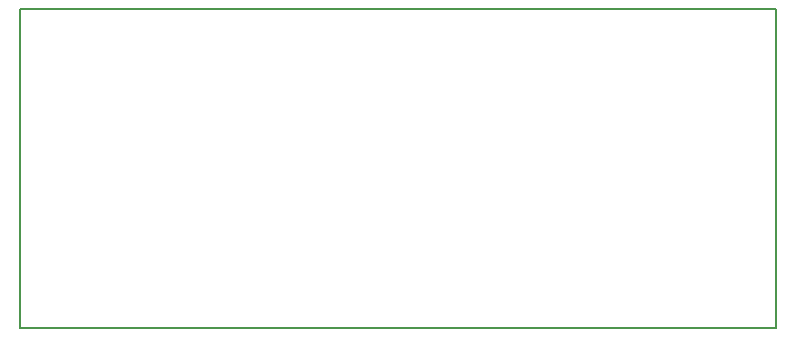
<source format=gm1>
G04 #@! TF.FileFunction,Profile,NP*
%FSLAX46Y46*%
G04 Gerber Fmt 4.6, Leading zero omitted, Abs format (unit mm)*
G04 Created by KiCad (PCBNEW (2015-09-15 BZR 6201)-product) date tor 18 feb 2016 12:46:51*
%MOMM*%
G01*
G04 APERTURE LIST*
%ADD10C,0.100000*%
%ADD11C,0.150000*%
G04 APERTURE END LIST*
D10*
D11*
X236000000Y-116500000D02*
X172000000Y-116500000D01*
X236000000Y-89500000D02*
X236000000Y-116500000D01*
X172000000Y-116500000D02*
X172000000Y-89500000D01*
X172000000Y-89500000D02*
X236000000Y-89500000D01*
M02*

</source>
